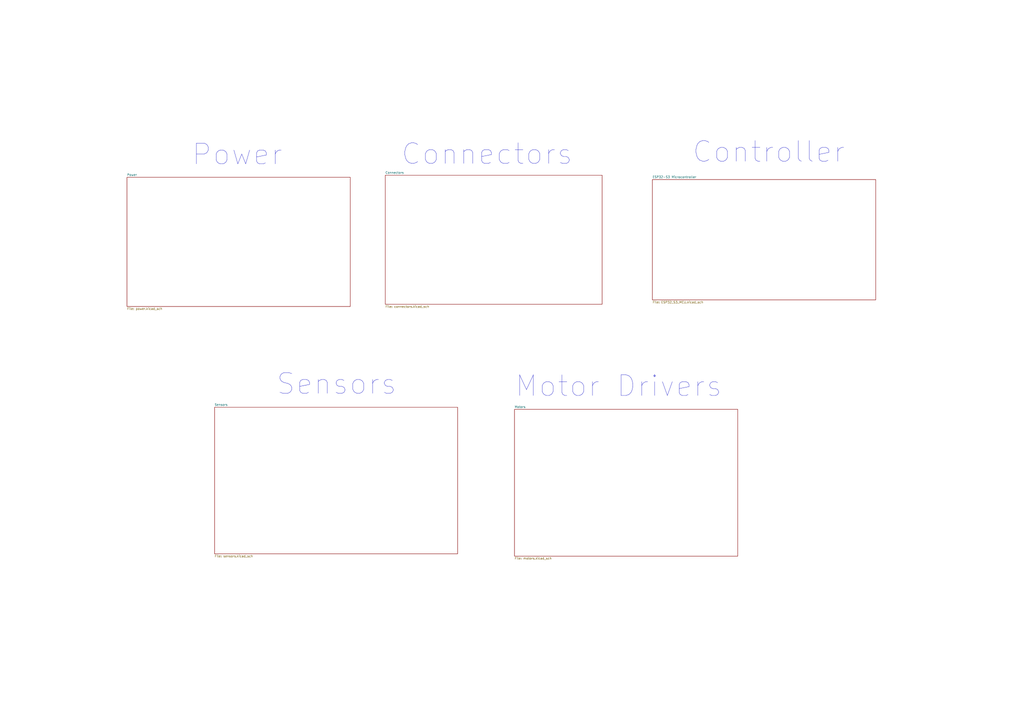
<source format=kicad_sch>
(kicad_sch
	(version 20231120)
	(generator "eeschema")
	(generator_version "8.0")
	(uuid "6532ed18-dd14-44a4-a4f8-6383f8135b66")
	(paper "A2")
	(title_block
		(title "RamyMawal-18-09-2023")
	)
	(lib_symbols)
	(text "Motor Drivers"
		(exclude_from_sim no)
		(at 298.45 231.14 0)
		(effects
			(font
				(size 12 12)
			)
			(justify left bottom)
		)
		(uuid "06a4dd10-bfcb-46b6-bca6-79bc102b15f2")
	)
	(text "Sensors"
		(exclude_from_sim no)
		(at 160.02 229.87 0)
		(effects
			(font
				(size 12 12)
			)
			(justify left bottom)
		)
		(uuid "67e41f45-e4aa-429a-9f1b-e174ba90748e")
	)
	(text "Controller\n"
		(exclude_from_sim no)
		(at 401.32 95.25 0)
		(effects
			(font
				(size 12 12)
			)
			(justify left bottom)
		)
		(uuid "82734d6b-7770-4579-91b3-784c3706b5ec")
	)
	(text "Connectors"
		(exclude_from_sim no)
		(at 232.41 96.52 0)
		(effects
			(font
				(size 12 12)
			)
			(justify left bottom)
		)
		(uuid "882148b8-df13-4940-a9c8-f32536301cf2")
	)
	(text "Power"
		(exclude_from_sim no)
		(at 110.998 96.774 0)
		(effects
			(font
				(size 12 12)
			)
			(justify left bottom)
		)
		(uuid "91564359-495f-4a69-9f8e-0449db86f5b0")
	)
	(sheet
		(at 73.66 102.87)
		(size 129.54 74.93)
		(fields_autoplaced yes)
		(stroke
			(width 0.1524)
			(type solid)
		)
		(fill
			(color 0 0 0 0.0000)
		)
		(uuid "39f09781-d99c-4d1b-913d-bcdf98fd1e26")
		(property "Sheetname" "Power"
			(at 73.66 102.1584 0)
			(effects
				(font
					(size 1.27 1.27)
				)
				(justify left bottom)
			)
		)
		(property "Sheetfile" "power.kicad_sch"
			(at 73.66 178.3846 0)
			(effects
				(font
					(size 1.27 1.27)
				)
				(justify left top)
			)
		)
		(property "Field2" ""
			(at 73.66 102.87 0)
			(effects
				(font
					(size 1.27 1.27)
				)
				(hide yes)
			)
		)
		(instances
			(project "RC-Car-Controller"
				(path "/6532ed18-dd14-44a4-a4f8-6383f8135b66"
					(page "2")
				)
			)
		)
	)
	(sheet
		(at 223.52 101.6)
		(size 125.73 74.93)
		(fields_autoplaced yes)
		(stroke
			(width 0.1524)
			(type solid)
		)
		(fill
			(color 0 0 0 0.0000)
		)
		(uuid "4e5677ed-0dc8-49f6-a11b-e4c4e0cc396f")
		(property "Sheetname" "Connectors"
			(at 223.52 100.8884 0)
			(effects
				(font
					(size 1.27 1.27)
				)
				(justify left bottom)
			)
		)
		(property "Sheetfile" "connectors.kicad_sch"
			(at 223.52 177.1146 0)
			(effects
				(font
					(size 1.27 1.27)
				)
				(justify left top)
			)
		)
		(property "Field2" ""
			(at 223.52 101.6 0)
			(effects
				(font
					(size 1.27 1.27)
				)
				(hide yes)
			)
		)
		(instances
			(project "RC-Car-Controller"
				(path "/6532ed18-dd14-44a4-a4f8-6383f8135b66"
					(page "3")
				)
			)
		)
	)
	(sheet
		(at 378.46 104.14)
		(size 129.54 69.85)
		(fields_autoplaced yes)
		(stroke
			(width 0.1524)
			(type solid)
		)
		(fill
			(color 0 0 0 0.0000)
		)
		(uuid "6dcf9c84-99b8-44d2-ad7c-5bce24334811")
		(property "Sheetname" "ESP32-S3 Microcontroller "
			(at 378.46 103.4284 0)
			(effects
				(font
					(size 1.27 1.27)
				)
				(justify left bottom)
			)
		)
		(property "Sheetfile" "ESP32_S3_MCU.kicad_sch"
			(at 378.46 174.5746 0)
			(effects
				(font
					(size 1.27 1.27)
				)
				(justify left top)
			)
		)
		(property "Field2" ""
			(at 378.46 104.14 0)
			(effects
				(font
					(size 1.27 1.27)
				)
				(hide yes)
			)
		)
		(instances
			(project "RC-Car-Controller"
				(path "/6532ed18-dd14-44a4-a4f8-6383f8135b66"
					(page "5")
				)
			)
		)
	)
	(sheet
		(at 124.46 236.22)
		(size 140.97 85.09)
		(fields_autoplaced yes)
		(stroke
			(width 0.1524)
			(type solid)
		)
		(fill
			(color 0 0 0 0.0000)
		)
		(uuid "7627e0c1-a993-485b-b38b-14ad3d8f424c")
		(property "Sheetname" "Sensors"
			(at 124.46 235.5084 0)
			(effects
				(font
					(size 1.27 1.27)
				)
				(justify left bottom)
			)
		)
		(property "Sheetfile" "sensors.kicad_sch"
			(at 124.46 321.8946 0)
			(effects
				(font
					(size 1.27 1.27)
				)
				(justify left top)
			)
		)
		(property "Field2" ""
			(at 124.46 236.22 0)
			(effects
				(font
					(size 1.27 1.27)
				)
				(hide yes)
			)
		)
		(instances
			(project "RC-Car-Controller"
				(path "/6532ed18-dd14-44a4-a4f8-6383f8135b66"
					(page "4")
				)
			)
		)
	)
	(sheet
		(at 298.45 237.49)
		(size 129.54 85.09)
		(fields_autoplaced yes)
		(stroke
			(width 0.1524)
			(type solid)
		)
		(fill
			(color 0 0 0 0.0000)
		)
		(uuid "e7259fa7-f322-44a4-a973-0690db2883d4")
		(property "Sheetname" "Motors"
			(at 298.45 236.7784 0)
			(effects
				(font
					(size 1.27 1.27)
				)
				(justify left bottom)
			)
		)
		(property "Sheetfile" "motors.kicad_sch"
			(at 298.45 323.1646 0)
			(effects
				(font
					(size 1.27 1.27)
				)
				(justify left top)
			)
		)
		(property "Field2" ""
			(at 298.45 237.49 0)
			(effects
				(font
					(size 1.27 1.27)
				)
				(hide yes)
			)
		)
		(instances
			(project "RC-Car-Controller"
				(path "/6532ed18-dd14-44a4-a4f8-6383f8135b66"
					(page "6")
				)
			)
		)
	)
	(sheet_instances
		(path "/"
			(page "1")
		)
	)
)

</source>
